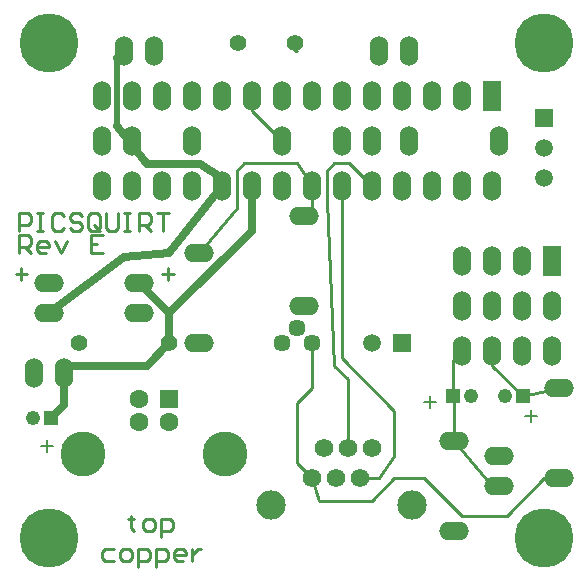
<source format=gtl>
%FSLAX23Y23*%
%MOIN*%
G70*
G01*
G75*
G04 Layer_Physical_Order=1*
G04 Layer_Color=255*
%ADD10C,0.025*%
%ADD11C,0.010*%
%ADD12C,0.020*%
%ADD13C,0.006*%
%ADD14C,0.055*%
%ADD15O,0.100X0.060*%
%ADD16O,0.060X0.100*%
%ADD17R,0.060X0.100*%
%ADD18C,0.055*%
%ADD19R,0.049X0.049*%
%ADD20C,0.049*%
%ADD21C,0.150*%
%ADD22R,0.063X0.063*%
%ADD23C,0.063*%
%ADD24C,0.059*%
%ADD25R,0.059X0.059*%
%ADD26C,0.197*%
%ADD27C,0.197*%
%ADD28C,0.098*%
%ADD29C,0.062*%
%ADD30C,0.057*%
D10*
X2800Y4150D02*
Y4300D01*
X2525Y3875D02*
X2800Y4150D01*
X2525Y3775D02*
Y3875D01*
X2425Y3975D02*
X2525Y3875D01*
X2452Y4373D02*
X2627D01*
X2350Y4500D02*
X2452Y4373D01*
X2627D02*
X2700Y4325D01*
X2350Y4725D02*
X2375Y4750D01*
X3700Y3750D02*
X3705Y3745D01*
X2525Y4075D02*
X2700Y4300D01*
X2375Y4062D02*
X2525Y4075D01*
X2125Y3875D02*
X2375Y4062D01*
X2450Y3700D02*
X2525Y3775D01*
X2200Y3700D02*
X2450D01*
X2175Y3675D02*
X2200Y3700D01*
X2130Y3525D02*
X2175Y3570D01*
Y3675D01*
D11*
X2750Y4350D02*
X2775Y4375D01*
X2750Y4225D02*
Y4350D01*
X3650Y3200D02*
X3775Y3325D01*
X3825D01*
X3125Y4375D02*
X3200Y4300D01*
X3075Y4375D02*
X3125D01*
X3050Y4350D02*
X3075Y4375D01*
X3000Y3625D02*
Y3800D01*
X2950Y3575D02*
X3000Y3625D01*
X2950Y3375D02*
X3000Y3325D01*
X2950Y3375D02*
Y3575D01*
X3160Y3325D02*
X3225D01*
X3275Y3400D01*
Y3550D01*
X3100Y3725D02*
X3275Y3550D01*
X3100Y3725D02*
Y4325D01*
X3050Y4250D02*
Y4350D01*
Y4250D02*
X3075Y3700D01*
X3120Y3655D01*
Y3425D02*
Y3655D01*
X3475Y3450D02*
X3600Y3300D01*
X2800Y4550D02*
X2900Y4450D01*
X2800Y4550D02*
Y4600D01*
X3705Y3600D02*
X3825Y3625D01*
X3600Y3700D02*
X3705Y3600D01*
X2946Y4750D02*
X2950D01*
X3000Y3325D02*
X3025Y3250D01*
X2625Y4075D02*
X2750Y4225D01*
X3375Y3325D02*
X3500Y3200D01*
X3275Y3325D02*
X3375D01*
X3200Y3250D02*
X3275Y3325D01*
X3025Y3250D02*
X3200D01*
X3500Y3200D02*
X3650D01*
X2775Y4375D02*
X2950D01*
X3000Y4200D02*
Y4325D01*
X2950Y4375D02*
X3000Y4300D01*
X3600Y3700D02*
Y3750D01*
X3470Y3720D02*
X3500Y3750D01*
X3470Y3605D02*
X3473Y3603D01*
X3475Y3450D02*
Y3600D01*
X3474Y3602D02*
X3475Y3600D01*
X3473Y3603D02*
X3474Y3602D01*
X3470Y3600D02*
Y3720D01*
X2340Y3090D02*
X2310D01*
X2300Y3080D01*
Y3060D01*
X2310Y3050D01*
X2340D01*
X2370D02*
X2390D01*
X2400Y3060D01*
Y3080D01*
X2390Y3090D01*
X2370D01*
X2360Y3080D01*
Y3060D01*
X2370Y3050D01*
X2420Y3030D02*
Y3090D01*
X2450D01*
X2460Y3080D01*
Y3060D01*
X2450Y3050D01*
X2420D01*
X2480Y3030D02*
Y3090D01*
X2510D01*
X2520Y3080D01*
Y3060D01*
X2510Y3050D01*
X2480D01*
X2570D02*
X2550D01*
X2540Y3060D01*
Y3080D01*
X2550Y3090D01*
X2570D01*
X2580Y3080D01*
Y3070D01*
X2540D01*
X2600Y3090D02*
Y3050D01*
Y3070D01*
X2610Y3080D01*
X2620Y3090D01*
X2630D01*
X2397Y3200D02*
Y3190D01*
X2388D01*
X2407D01*
X2397D01*
Y3160D01*
X2407Y3150D01*
X2447D02*
X2467D01*
X2477Y3160D01*
Y3180D01*
X2467Y3190D01*
X2447D01*
X2437Y3180D01*
Y3160D01*
X2447Y3150D01*
X2497Y3130D02*
Y3190D01*
X2527D01*
X2537Y3180D01*
Y3160D01*
X2527Y3150D01*
X2497D01*
X2500Y4005D02*
X2540D01*
X2520Y4025D02*
Y3985D01*
X2013Y4005D02*
X2052D01*
X2032Y4025D02*
Y3985D01*
X2025Y4075D02*
Y4135D01*
X2055D01*
X2065Y4125D01*
Y4105D01*
X2055Y4095D01*
X2025D01*
X2045D02*
X2065Y4075D01*
X2115D02*
X2095D01*
X2085Y4085D01*
Y4105D01*
X2095Y4115D01*
X2115D01*
X2125Y4105D01*
Y4095D01*
X2085D01*
X2145Y4115D02*
X2165Y4075D01*
X2185Y4115D01*
X2305Y4135D02*
X2265D01*
Y4075D01*
X2305D01*
X2265Y4105D02*
X2285D01*
X2025Y4150D02*
Y4210D01*
X2055D01*
X2065Y4200D01*
Y4180D01*
X2055Y4170D01*
X2025D01*
X2085Y4210D02*
X2105D01*
X2095D01*
Y4150D01*
X2085D01*
X2105D01*
X2175Y4200D02*
X2165Y4210D01*
X2145D01*
X2135Y4200D01*
Y4160D01*
X2145Y4150D01*
X2165D01*
X2175Y4160D01*
X2235Y4200D02*
X2225Y4210D01*
X2205D01*
X2195Y4200D01*
Y4190D01*
X2205Y4180D01*
X2225D01*
X2235Y4170D01*
Y4160D01*
X2225Y4150D01*
X2205D01*
X2195Y4160D01*
X2295D02*
Y4200D01*
X2285Y4210D01*
X2265D01*
X2255Y4200D01*
Y4160D01*
X2265Y4150D01*
X2285D01*
X2275Y4170D02*
X2295Y4150D01*
X2285D02*
X2295Y4160D01*
X2315Y4210D02*
Y4160D01*
X2325Y4150D01*
X2345D01*
X2355Y4160D01*
Y4210D01*
X2375D02*
X2395D01*
X2385D01*
Y4150D01*
X2375D01*
X2395D01*
X2425D02*
Y4210D01*
X2455D01*
X2465Y4200D01*
Y4180D01*
X2455Y4170D01*
X2425D01*
X2445D02*
X2465Y4150D01*
X2485Y4210D02*
X2525D01*
X2505D01*
Y4150D01*
D12*
X2350Y4500D02*
Y4725D01*
D13*
X3750Y3533D02*
X3711D01*
X3730Y3513D02*
Y3553D01*
X3375Y3580D02*
X3414D01*
X3395Y3599D02*
Y3560D01*
X2138Y3433D02*
X2098D01*
X2118Y3413D02*
Y3453D01*
D14*
X2754Y4775D02*
D03*
X2946D02*
D03*
D15*
X3625Y3400D02*
D03*
Y3300D02*
D03*
X3825Y3325D02*
D03*
Y3625D02*
D03*
X3475Y3150D02*
D03*
Y3450D02*
D03*
X2625Y3775D02*
D03*
Y4075D02*
D03*
X2975Y3900D02*
D03*
Y4200D02*
D03*
X2425Y3875D02*
D03*
Y3975D02*
D03*
X2125D02*
D03*
Y3875D02*
D03*
D16*
X2175Y3675D02*
D03*
X2075D02*
D03*
X3625Y4450D02*
D03*
X3325D02*
D03*
X2900D02*
D03*
X2600D02*
D03*
X3100D02*
D03*
X3200D02*
D03*
X2300D02*
D03*
X2400D02*
D03*
X3225Y4750D02*
D03*
X3325D02*
D03*
X2375D02*
D03*
X2475D02*
D03*
X3700Y3900D02*
D03*
X3800D02*
D03*
X3500D02*
D03*
X3600D02*
D03*
X3700Y4050D02*
D03*
X3600D02*
D03*
X3500D02*
D03*
X3800Y3750D02*
D03*
X3700D02*
D03*
X3600D02*
D03*
X3500D02*
D03*
X2300Y4300D02*
D03*
X2400D02*
D03*
X2500D02*
D03*
X2600D02*
D03*
X2700D02*
D03*
X2800D02*
D03*
X2900D02*
D03*
X3000D02*
D03*
X3100D02*
D03*
X3200D02*
D03*
X3300D02*
D03*
X3400D02*
D03*
X3500D02*
D03*
X3600D02*
D03*
X2300Y4600D02*
D03*
X2400D02*
D03*
X2500D02*
D03*
X2600D02*
D03*
X2700D02*
D03*
X2800D02*
D03*
X2900D02*
D03*
X3000D02*
D03*
X3100D02*
D03*
X3200D02*
D03*
X3300D02*
D03*
X3400D02*
D03*
X3500D02*
D03*
D17*
X3800Y4050D02*
D03*
X3600Y4600D02*
D03*
D18*
X2525Y3775D02*
D03*
X2225D02*
D03*
D19*
X3705Y3600D02*
D03*
X3470D02*
D03*
X2130Y3525D02*
D03*
D20*
X3645Y3600D02*
D03*
X3530D02*
D03*
X2070Y3525D02*
D03*
D21*
X2712Y3404D02*
D03*
X2238D02*
D03*
D22*
X2524Y3589D02*
D03*
D23*
X2426D02*
D03*
X2524Y3511D02*
D03*
X2426D02*
D03*
D24*
X3775Y4325D02*
D03*
Y4425D02*
D03*
X3200Y3775D02*
D03*
D25*
X3775Y4525D02*
D03*
X3300Y3775D02*
D03*
D26*
X2125Y3125D02*
D03*
D27*
X3775D02*
D03*
X2125Y4775D02*
D03*
X3775D02*
D03*
D28*
X3336Y3234D02*
D03*
X2864D02*
D03*
D29*
X3200Y3425D02*
D03*
X3160Y3325D02*
D03*
X3120Y3425D02*
D03*
X3080Y3325D02*
D03*
X3040Y3425D02*
D03*
X3000Y3325D02*
D03*
D30*
Y3775D02*
D03*
X2950Y3825D02*
D03*
X2900Y3775D02*
D03*
M02*

</source>
